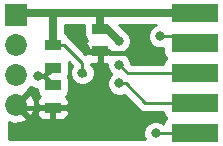
<source format=gbl>
G04 #@! TF.GenerationSoftware,KiCad,Pcbnew,5.0.2-bee76a0~70~ubuntu16.04.1*
G04 #@! TF.CreationDate,2019-12-01T18:12:19-08:00*
G04 #@! TF.ProjectId,smallio,736d616c-6c69-46f2-9e6b-696361645f70,1.0*
G04 #@! TF.SameCoordinates,PX8a1ee30PY3b71490*
G04 #@! TF.FileFunction,Copper,L2,Bot*
G04 #@! TF.FilePolarity,Positive*
%FSLAX46Y46*%
G04 Gerber Fmt 4.6, Leading zero omitted, Abs format (unit mm)*
G04 Created by KiCad (PCBNEW 5.0.2-bee76a0~70~ubuntu16.04.1) date Sun 01 Dec 2019 06:12:19 PM PST*
%MOMM*%
%LPD*%
G01*
G04 APERTURE LIST*
G04 #@! TA.AperFunction,SMDPad,CuDef*
%ADD10R,1.397000X0.889000*%
G04 #@! TD*
G04 #@! TA.AperFunction,SMDPad,CuDef*
%ADD11R,4.000000X1.600000*%
G04 #@! TD*
G04 #@! TA.AperFunction,ComponentPad*
%ADD12R,1.850000X1.850000*%
G04 #@! TD*
G04 #@! TA.AperFunction,ComponentPad*
%ADD13C,1.850000*%
G04 #@! TD*
G04 #@! TA.AperFunction,ViaPad*
%ADD14C,0.800000*%
G04 #@! TD*
G04 #@! TA.AperFunction,Conductor*
%ADD15C,0.400000*%
G04 #@! TD*
G04 #@! TA.AperFunction,Conductor*
%ADD16C,0.700000*%
G04 #@! TD*
G04 #@! TA.AperFunction,Conductor*
%ADD17C,0.250000*%
G04 #@! TD*
G04 #@! TA.AperFunction,Conductor*
%ADD18C,0.254000*%
G04 #@! TD*
G04 APERTURE END LIST*
D10*
G04 #@! TO.P,C1,1*
G04 #@! TO.N,GNDS*
X8370000Y-4322500D03*
G04 #@! TO.P,C1,2*
G04 #@! TO.N,VCC*
X8370000Y-2417500D03*
G04 #@! TD*
D11*
G04 #@! TO.P,DB1,2*
G04 #@! TO.N,Net-(DB1-Pad2)*
X16370000Y-11270000D03*
G04 #@! TO.P,DB1,4*
G04 #@! TO.N,Net-(DB1-Pad4)*
X16370000Y-8730000D03*
G04 #@! TO.P,DB1,6*
G04 #@! TO.N,Net-(DB1-Pad6)*
X16370000Y-6190000D03*
G04 #@! TO.P,DB1,8*
G04 #@! TO.N,Net-(DB1-Pad8)*
X16370000Y-3650000D03*
G04 #@! TO.P,DB1,10*
G04 #@! TO.N,VCC*
X16370000Y-1110000D03*
G04 #@! TD*
D12*
G04 #@! TO.P,DB17,1*
G04 #@! TO.N,VCC*
X1270000Y-1270000D03*
D13*
G04 #@! TO.P,DB17,2*
G04 #@! TO.N,Net-(DB17-Pad2)*
X1270000Y-3810000D03*
G04 #@! TO.P,DB17,3*
G04 #@! TO.N,Net-(DB17-Pad3)*
X1270000Y-6350000D03*
G04 #@! TO.P,DB17,4*
G04 #@! TO.N,GNDS*
X1270000Y-8890000D03*
G04 #@! TD*
D10*
G04 #@! TO.P,J1,2*
G04 #@! TO.N,GNDS*
X4370000Y-9122500D03*
G04 #@! TO.P,J1,1*
G04 #@! TO.N,Net-(J1-Pad1)*
X4370000Y-7217500D03*
G04 #@! TD*
G04 #@! TO.P,J2,1*
G04 #@! TO.N,VCC*
X4370000Y-3817500D03*
G04 #@! TO.P,J2,2*
G04 #@! TO.N,Net-(J1-Pad1)*
X4370000Y-5722500D03*
G04 #@! TD*
D14*
G04 #@! TO.N,VCC*
X6870000Y-6170000D03*
X9970000Y-3470000D03*
G04 #@! TO.N,GNDS*
X7070000Y-4070000D03*
X11770000Y-2570000D03*
G04 #@! TO.N,Net-(J1-Pad1)*
X3070000Y-6470000D03*
G04 #@! TO.N,Net-(DB1-Pad2)*
X13070000Y-11270000D03*
G04 #@! TO.N,Net-(DB1-Pad4)*
X9970000Y-7070000D03*
G04 #@! TO.N,Net-(DB1-Pad6)*
X9970000Y-5470000D03*
G04 #@! TO.N,Net-(DB1-Pad8)*
X13470000Y-3070000D03*
G04 #@! TD*
D15*
G04 #@! TO.N,VCC*
X6970000Y-6270000D02*
X6870000Y-6170000D01*
D16*
X1430000Y-1110000D02*
X1270000Y-1270000D01*
X16370000Y-1110000D02*
X1430000Y-1110000D01*
X4370000Y-3817500D02*
X4370000Y-2673000D01*
X4370000Y-2673000D02*
X4370000Y-1170000D01*
X8370000Y-2417500D02*
X8370000Y-1273000D01*
X8370000Y-1273000D02*
X8370000Y-1170000D01*
X8917500Y-2417500D02*
X8370000Y-2417500D01*
X9970000Y-3470000D02*
X8917500Y-2417500D01*
D17*
X5318500Y-3817500D02*
X6870000Y-5369000D01*
X4370000Y-3817500D02*
X5318500Y-3817500D01*
X6870000Y-5369000D02*
X6870000Y-5470000D01*
X6870000Y-5470000D02*
X6870000Y-6170000D01*
D15*
G04 #@! TO.N,GNDS*
X1502500Y-9122500D02*
X1270000Y-8890000D01*
X4370000Y-9122500D02*
X1502500Y-9122500D01*
X4470000Y-9022500D02*
X4370000Y-9122500D01*
X8370000Y-4322500D02*
X9022500Y-4322500D01*
X9022500Y-4322500D02*
X9170000Y-4470000D01*
X9170000Y-4470000D02*
X11070000Y-4470000D01*
X11070000Y-4470000D02*
X11670000Y-3870000D01*
X11770000Y-3770000D02*
X11770000Y-2570000D01*
X11670000Y-3870000D02*
X11770000Y-3770000D01*
X8370000Y-4322500D02*
X7322500Y-4322500D01*
X7322500Y-4322500D02*
X7070000Y-4070000D01*
G04 #@! TO.N,Net-(J1-Pad1)*
X3622500Y-6470000D02*
X4370000Y-5722500D01*
X3622500Y-6470000D02*
X4370000Y-7217500D01*
X3070000Y-6470000D02*
X3622500Y-6470000D01*
D17*
G04 #@! TO.N,Net-(DB1-Pad2)*
X13070000Y-11270000D02*
X16170000Y-11270000D01*
X16170000Y-11270000D02*
X16270000Y-11170000D01*
G04 #@! TO.N,Net-(DB1-Pad4)*
X14120000Y-8730000D02*
X16370000Y-8730000D01*
X12195685Y-8730000D02*
X14120000Y-8730000D01*
X10535685Y-7070000D02*
X12195685Y-8730000D01*
X9970000Y-7070000D02*
X10535685Y-7070000D01*
G04 #@! TO.N,Net-(DB1-Pad6)*
X10690000Y-6190000D02*
X16370000Y-6190000D01*
X9970000Y-5470000D02*
X10690000Y-6190000D01*
G04 #@! TO.N,Net-(DB1-Pad8)*
X15790000Y-3070000D02*
X16370000Y-3650000D01*
X13470000Y-3070000D02*
X15790000Y-3070000D01*
G04 #@! TD*
D18*
G04 #@! TO.N,GNDS*
G36*
X7024060Y-2862000D02*
X7073343Y-3109765D01*
X7213691Y-3319809D01*
X7284411Y-3367063D01*
X7133173Y-3518302D01*
X7036500Y-3751691D01*
X7036500Y-4036750D01*
X7195250Y-4195500D01*
X8243000Y-4195500D01*
X8243000Y-4175500D01*
X8497000Y-4175500D01*
X8497000Y-4195500D01*
X8517000Y-4195500D01*
X8517000Y-4449500D01*
X8497000Y-4449500D01*
X8497000Y-5243250D01*
X8655750Y-5402000D01*
X8935000Y-5402000D01*
X8935000Y-5675874D01*
X9092569Y-6056280D01*
X9306289Y-6270000D01*
X9092569Y-6483720D01*
X8935000Y-6864126D01*
X8935000Y-7275874D01*
X9092569Y-7656280D01*
X9383720Y-7947431D01*
X9764126Y-8105000D01*
X10175874Y-8105000D01*
X10402155Y-8011271D01*
X11605356Y-9214473D01*
X11647756Y-9277929D01*
X11899148Y-9445904D01*
X12120833Y-9490000D01*
X12120837Y-9490000D01*
X12195685Y-9504888D01*
X12270533Y-9490000D01*
X13722560Y-9490000D01*
X13722560Y-9530000D01*
X13771843Y-9777765D01*
X13912191Y-9987809D01*
X13930436Y-10000000D01*
X13912191Y-10012191D01*
X13771843Y-10222235D01*
X13724410Y-10460699D01*
X13656280Y-10392569D01*
X13275874Y-10235000D01*
X12864126Y-10235000D01*
X12483720Y-10392569D01*
X12192569Y-10683720D01*
X12035000Y-11064126D01*
X12035000Y-11475874D01*
X12163044Y-11785000D01*
X655000Y-11785000D01*
X655000Y-10326009D01*
X1023368Y-10461325D01*
X1643461Y-10436097D01*
X2099179Y-10247332D01*
X2188651Y-9988256D01*
X1270000Y-9069605D01*
X1255858Y-9083748D01*
X1076253Y-8904143D01*
X1090395Y-8890000D01*
X1449605Y-8890000D01*
X2368256Y-9808651D01*
X2627332Y-9719179D01*
X2741548Y-9408250D01*
X3036500Y-9408250D01*
X3036500Y-9693309D01*
X3133173Y-9926698D01*
X3311801Y-10105327D01*
X3545190Y-10202000D01*
X4084250Y-10202000D01*
X4243000Y-10043250D01*
X4243000Y-9249500D01*
X4497000Y-9249500D01*
X4497000Y-10043250D01*
X4655750Y-10202000D01*
X5194810Y-10202000D01*
X5428199Y-10105327D01*
X5606827Y-9926698D01*
X5703500Y-9693309D01*
X5703500Y-9408250D01*
X5544750Y-9249500D01*
X4497000Y-9249500D01*
X4243000Y-9249500D01*
X3195250Y-9249500D01*
X3036500Y-9408250D01*
X2741548Y-9408250D01*
X2841325Y-9136632D01*
X2816097Y-8516539D01*
X2627332Y-8060821D01*
X2368256Y-7971349D01*
X1449605Y-8890000D01*
X1090395Y-8890000D01*
X1076253Y-8875858D01*
X1255858Y-8696253D01*
X1270000Y-8710395D01*
X2188651Y-7791744D01*
X2148247Y-7674750D01*
X2153669Y-7672504D01*
X2481231Y-7344942D01*
X2483720Y-7347431D01*
X2864126Y-7505000D01*
X3024060Y-7505000D01*
X3024060Y-7662000D01*
X3073343Y-7909765D01*
X3213691Y-8119809D01*
X3284411Y-8167063D01*
X3133173Y-8318302D01*
X3036500Y-8551691D01*
X3036500Y-8836750D01*
X3195250Y-8995500D01*
X4243000Y-8995500D01*
X4243000Y-8975500D01*
X4497000Y-8975500D01*
X4497000Y-8995500D01*
X5544750Y-8995500D01*
X5703500Y-8836750D01*
X5703500Y-8551691D01*
X5606827Y-8318302D01*
X5455589Y-8167063D01*
X5526309Y-8119809D01*
X5666657Y-7909765D01*
X5715940Y-7662000D01*
X5715940Y-6773000D01*
X5666657Y-6525235D01*
X5629750Y-6470000D01*
X5666657Y-6414765D01*
X5715940Y-6167000D01*
X5715940Y-5289742D01*
X6001243Y-5575046D01*
X5992569Y-5583720D01*
X5835000Y-5964126D01*
X5835000Y-6375874D01*
X5992569Y-6756280D01*
X6283720Y-7047431D01*
X6664126Y-7205000D01*
X7075874Y-7205000D01*
X7456280Y-7047431D01*
X7747431Y-6756280D01*
X7905000Y-6375874D01*
X7905000Y-5964126D01*
X7747431Y-5583720D01*
X7630000Y-5466289D01*
X7630000Y-5443846D01*
X7638324Y-5402000D01*
X8084250Y-5402000D01*
X8243000Y-5243250D01*
X8243000Y-4449500D01*
X7195250Y-4449500D01*
X7110276Y-4534474D01*
X5908831Y-3333030D01*
X5866429Y-3269571D01*
X5669147Y-3137751D01*
X5666657Y-3125235D01*
X5526309Y-2915191D01*
X5355000Y-2800725D01*
X5355000Y-2095000D01*
X7024060Y-2095000D01*
X7024060Y-2862000D01*
X7024060Y-2862000D01*
G37*
X7024060Y-2862000D02*
X7073343Y-3109765D01*
X7213691Y-3319809D01*
X7284411Y-3367063D01*
X7133173Y-3518302D01*
X7036500Y-3751691D01*
X7036500Y-4036750D01*
X7195250Y-4195500D01*
X8243000Y-4195500D01*
X8243000Y-4175500D01*
X8497000Y-4175500D01*
X8497000Y-4195500D01*
X8517000Y-4195500D01*
X8517000Y-4449500D01*
X8497000Y-4449500D01*
X8497000Y-5243250D01*
X8655750Y-5402000D01*
X8935000Y-5402000D01*
X8935000Y-5675874D01*
X9092569Y-6056280D01*
X9306289Y-6270000D01*
X9092569Y-6483720D01*
X8935000Y-6864126D01*
X8935000Y-7275874D01*
X9092569Y-7656280D01*
X9383720Y-7947431D01*
X9764126Y-8105000D01*
X10175874Y-8105000D01*
X10402155Y-8011271D01*
X11605356Y-9214473D01*
X11647756Y-9277929D01*
X11899148Y-9445904D01*
X12120833Y-9490000D01*
X12120837Y-9490000D01*
X12195685Y-9504888D01*
X12270533Y-9490000D01*
X13722560Y-9490000D01*
X13722560Y-9530000D01*
X13771843Y-9777765D01*
X13912191Y-9987809D01*
X13930436Y-10000000D01*
X13912191Y-10012191D01*
X13771843Y-10222235D01*
X13724410Y-10460699D01*
X13656280Y-10392569D01*
X13275874Y-10235000D01*
X12864126Y-10235000D01*
X12483720Y-10392569D01*
X12192569Y-10683720D01*
X12035000Y-11064126D01*
X12035000Y-11475874D01*
X12163044Y-11785000D01*
X655000Y-11785000D01*
X655000Y-10326009D01*
X1023368Y-10461325D01*
X1643461Y-10436097D01*
X2099179Y-10247332D01*
X2188651Y-9988256D01*
X1270000Y-9069605D01*
X1255858Y-9083748D01*
X1076253Y-8904143D01*
X1090395Y-8890000D01*
X1449605Y-8890000D01*
X2368256Y-9808651D01*
X2627332Y-9719179D01*
X2741548Y-9408250D01*
X3036500Y-9408250D01*
X3036500Y-9693309D01*
X3133173Y-9926698D01*
X3311801Y-10105327D01*
X3545190Y-10202000D01*
X4084250Y-10202000D01*
X4243000Y-10043250D01*
X4243000Y-9249500D01*
X4497000Y-9249500D01*
X4497000Y-10043250D01*
X4655750Y-10202000D01*
X5194810Y-10202000D01*
X5428199Y-10105327D01*
X5606827Y-9926698D01*
X5703500Y-9693309D01*
X5703500Y-9408250D01*
X5544750Y-9249500D01*
X4497000Y-9249500D01*
X4243000Y-9249500D01*
X3195250Y-9249500D01*
X3036500Y-9408250D01*
X2741548Y-9408250D01*
X2841325Y-9136632D01*
X2816097Y-8516539D01*
X2627332Y-8060821D01*
X2368256Y-7971349D01*
X1449605Y-8890000D01*
X1090395Y-8890000D01*
X1076253Y-8875858D01*
X1255858Y-8696253D01*
X1270000Y-8710395D01*
X2188651Y-7791744D01*
X2148247Y-7674750D01*
X2153669Y-7672504D01*
X2481231Y-7344942D01*
X2483720Y-7347431D01*
X2864126Y-7505000D01*
X3024060Y-7505000D01*
X3024060Y-7662000D01*
X3073343Y-7909765D01*
X3213691Y-8119809D01*
X3284411Y-8167063D01*
X3133173Y-8318302D01*
X3036500Y-8551691D01*
X3036500Y-8836750D01*
X3195250Y-8995500D01*
X4243000Y-8995500D01*
X4243000Y-8975500D01*
X4497000Y-8975500D01*
X4497000Y-8995500D01*
X5544750Y-8995500D01*
X5703500Y-8836750D01*
X5703500Y-8551691D01*
X5606827Y-8318302D01*
X5455589Y-8167063D01*
X5526309Y-8119809D01*
X5666657Y-7909765D01*
X5715940Y-7662000D01*
X5715940Y-6773000D01*
X5666657Y-6525235D01*
X5629750Y-6470000D01*
X5666657Y-6414765D01*
X5715940Y-6167000D01*
X5715940Y-5289742D01*
X6001243Y-5575046D01*
X5992569Y-5583720D01*
X5835000Y-5964126D01*
X5835000Y-6375874D01*
X5992569Y-6756280D01*
X6283720Y-7047431D01*
X6664126Y-7205000D01*
X7075874Y-7205000D01*
X7456280Y-7047431D01*
X7747431Y-6756280D01*
X7905000Y-6375874D01*
X7905000Y-5964126D01*
X7747431Y-5583720D01*
X7630000Y-5466289D01*
X7630000Y-5443846D01*
X7638324Y-5402000D01*
X8084250Y-5402000D01*
X8243000Y-5243250D01*
X8243000Y-4449500D01*
X7195250Y-4449500D01*
X7110276Y-4534474D01*
X5908831Y-3333030D01*
X5866429Y-3269571D01*
X5669147Y-3137751D01*
X5666657Y-3125235D01*
X5526309Y-2915191D01*
X5355000Y-2800725D01*
X5355000Y-2095000D01*
X7024060Y-2095000D01*
X7024060Y-2862000D01*
G36*
X12883720Y-2192569D02*
X12592569Y-2483720D01*
X12435000Y-2864126D01*
X12435000Y-3275874D01*
X12592569Y-3656280D01*
X12883720Y-3947431D01*
X13264126Y-4105000D01*
X13675874Y-4105000D01*
X13722560Y-4085662D01*
X13722560Y-4450000D01*
X13771843Y-4697765D01*
X13912191Y-4907809D01*
X13930436Y-4920000D01*
X13912191Y-4932191D01*
X13771843Y-5142235D01*
X13722560Y-5390000D01*
X13722560Y-5430000D01*
X11005000Y-5430000D01*
X11005000Y-5264126D01*
X10847431Y-4883720D01*
X10556280Y-4592569D01*
X10260372Y-4470000D01*
X10556280Y-4347431D01*
X10847431Y-4056280D01*
X11005000Y-3675874D01*
X11005000Y-3264126D01*
X10847431Y-2883720D01*
X10556280Y-2592569D01*
X10435570Y-2542569D01*
X9988000Y-2095000D01*
X13119273Y-2095000D01*
X12883720Y-2192569D01*
X12883720Y-2192569D01*
G37*
X12883720Y-2192569D02*
X12592569Y-2483720D01*
X12435000Y-2864126D01*
X12435000Y-3275874D01*
X12592569Y-3656280D01*
X12883720Y-3947431D01*
X13264126Y-4105000D01*
X13675874Y-4105000D01*
X13722560Y-4085662D01*
X13722560Y-4450000D01*
X13771843Y-4697765D01*
X13912191Y-4907809D01*
X13930436Y-4920000D01*
X13912191Y-4932191D01*
X13771843Y-5142235D01*
X13722560Y-5390000D01*
X13722560Y-5430000D01*
X11005000Y-5430000D01*
X11005000Y-5264126D01*
X10847431Y-4883720D01*
X10556280Y-4592569D01*
X10260372Y-4470000D01*
X10556280Y-4347431D01*
X10847431Y-4056280D01*
X11005000Y-3675874D01*
X11005000Y-3264126D01*
X10847431Y-2883720D01*
X10556280Y-2592569D01*
X10435570Y-2542569D01*
X9988000Y-2095000D01*
X13119273Y-2095000D01*
X12883720Y-2192569D01*
G04 #@! TD*
M02*

</source>
